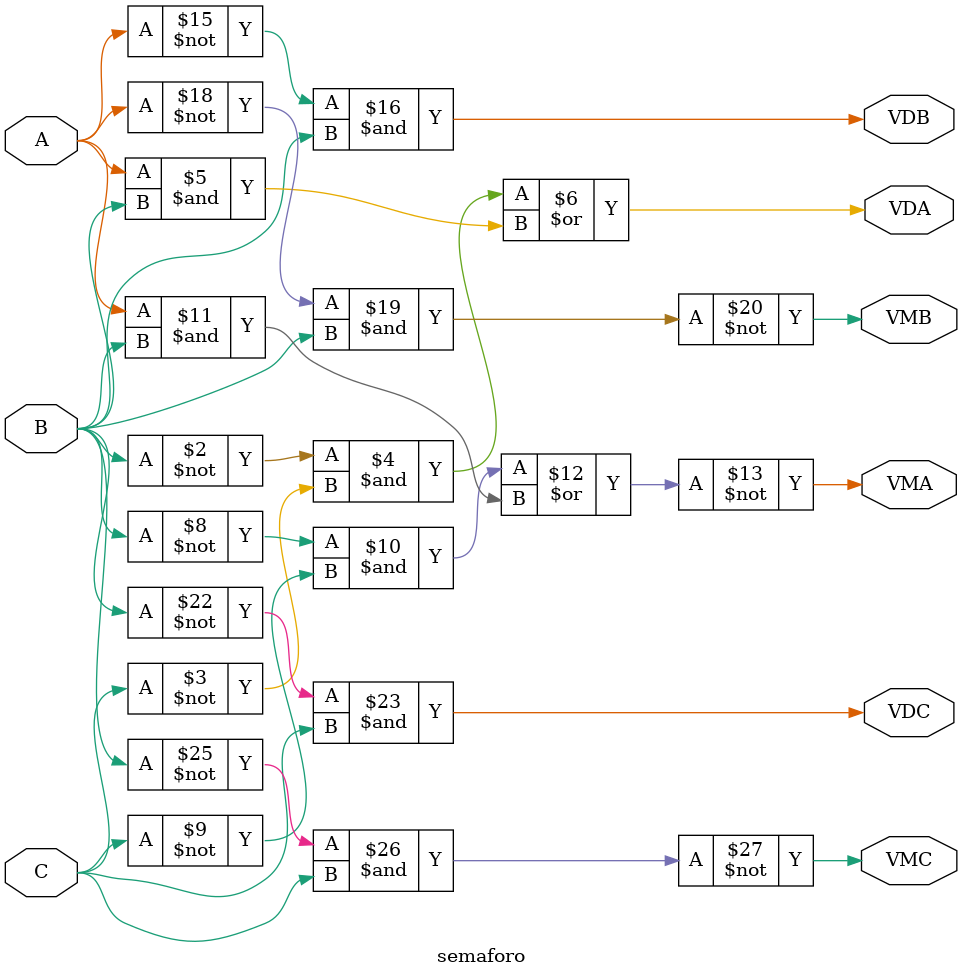
<source format=sv>
module semaforo(input logic A, B, C,
             output logic VDA, VMA, VDB, VMB, VDC, VMC);

    always_comb VDA <= (~B&~C) | (A&B);
    always_comb VMA <= ~((~B&~C) | (A&B));
    always_comb VDB <= (~A&B);
    always_comb VMB <= ~(~A&B);
    always_comb VDC <= (~B&C);
    always_comb VMC <= ~(~B&C);


endmodule
</source>
